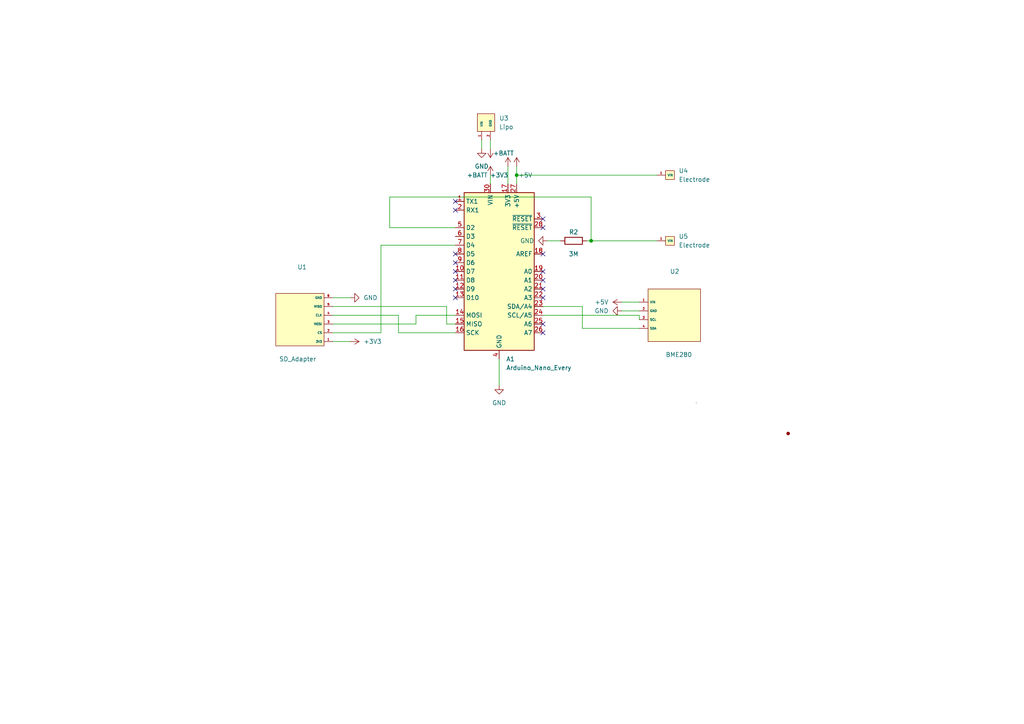
<source format=kicad_sch>
(kicad_sch (version 20211123) (generator eeschema)
  (paper "A4")
  (lib_symbols
    (symbol "Device:R" (pin_numbers hide) (pin_names (offset 0))
      (property "Reference" "R" (at 2.032 0 90))
      (property "Value" "R" (at 0 0 90))
      (symbol "R_0_1"
        (rectangle (start -1.016 -2.54) (end 1.016 2.54) (stroke (width 0.254)))
      )
      (symbol "R_1_1"
        (pin passive line (at 0 3.81 270) (length 1.27) (name "~") (number "1"))
        (pin passive line (at 0 -3.81 90) (length 1.27) (name "~") (number "2"))
      )
    )
    (symbol "MCU_Module:Arduino_Nano_Every"
      (property "Reference" "A" (at -10.16 23.495 0))
      (property "Value" "Arduino_Nano_Every" (at 5.08 -24.13 0))
      (symbol "Arduino_Nano_Every_0_1"
        (rectangle (start -10.16 22.86) (end 10.16 -22.86) (stroke (width 0.254)) (fill (type background)))
      )
      (symbol "Arduino_Nano_Every_1_1"
        (pin bidirectional line (at -12.7 20.32 0) (length 2.54) (name "TX1") (number "1"))
        (pin bidirectional line (at -12.7 0 0) (length 2.54) (name "D7") (number "10"))
        (pin bidirectional line (at -12.7 -2.54 0) (length 2.54) (name "D8") (number "11"))
        (pin bidirectional line (at -12.7 -5.08 0) (length 2.54) (name "D9") (number "12"))
        (pin bidirectional line (at -12.7 -7.62 0) (length 2.54) (name "D10") (number "13"))
        (pin bidirectional line (at -12.7 -12.7 0) (length 2.54) (name "MOSI") (number "14"))
        (pin bidirectional line (at -12.7 -15.24 0) (length 2.54) (name "MISO") (number "15"))
        (pin bidirectional line (at -12.7 -17.78 0) (length 2.54) (name "SCK") (number "16"))
        (pin power_out line (at 2.54 25.4 270) (length 2.54) (name "3V3") (number "17"))
        (pin input line (at 12.7 5.08 180) (length 2.54) (name "AREF") (number "18"))
        (pin bidirectional line (at 12.7 0 180) (length 2.54) (name "A0") (number "19"))
        (pin bidirectional line (at -12.7 17.78 0) (length 2.54) (name "RX1") (number "2"))
        (pin bidirectional line (at 12.7 -2.54 180) (length 2.54) (name "A1") (number "20"))
        (pin bidirectional line (at 12.7 -5.08 180) (length 2.54) (name "A2") (number "21"))
        (pin bidirectional line (at 12.7 -7.62 180) (length 2.54) (name "A3") (number "22"))
        (pin bidirectional line (at 12.7 -10.16 180) (length 2.54) (name "SDA/A4") (number "23"))
        (pin bidirectional line (at 12.7 -12.7 180) (length 2.54) (name "SCL/A5") (number "24"))
        (pin bidirectional line (at 12.7 -15.24 180) (length 2.54) (name "A6") (number "25"))
        (pin bidirectional line (at 12.7 -17.78 180) (length 2.54) (name "A7") (number "26"))
        (pin power_out line (at 5.08 25.4 270) (length 2.54) (name "+5V") (number "27"))
        (pin input line (at 12.7 12.7 180) (length 2.54) (name "~{RESET}") (number "28"))
        (pin passive line (at 0 -25.4 90) (length 2.54) hide (name "GND") (number "29"))
        (pin input line (at 12.7 15.24 180) (length 2.54) (name "~{RESET}") (number "3"))
        (pin power_in line (at -2.54 25.4 270) (length 2.54) (name "VIN") (number "30"))
        (pin power_in line (at 0 -25.4 90) (length 2.54) (name "GND") (number "4"))
        (pin bidirectional line (at -12.7 12.7 0) (length 2.54) (name "D2") (number "5"))
        (pin bidirectional line (at -12.7 10.16 0) (length 2.54) (name "D3") (number "6"))
        (pin bidirectional line (at -12.7 7.62 0) (length 2.54) (name "D4") (number "7"))
        (pin bidirectional line (at -12.7 5.08 0) (length 2.54) (name "D5") (number "8"))
        (pin bidirectional line (at -12.7 2.54 0) (length 2.54) (name "D6") (number "9"))
      )
    )
    (symbol "Rain Gauge lib:BME280"
      (property "Reference" "U" (at -5.08 20.32 0))
      (property "Value" "BME280" (at 0 -22.86 0))
      (symbol "BME280_0_1"
        (rectangle (start -7.62 7.62) (end 7.62 -7.62) (fill (type background)))
        (rectangle (start 25.4 6.35) (end 25.4 6.35))
        (rectangle (start 25.4 6.35) (end 25.4 6.35))
        (rectangle (start 34.29 33.02) (end 34.29 33.02))
        (rectangle (start 34.29 33.02) (end 34.29 33.02))
        (rectangle (start 34.29 33.02) (end 34.29 33.02))
        (rectangle (start 34.29 33.02) (end 34.29 33.02))
        (rectangle (start 34.29 33.02) (end 34.29 33.02))
        (rectangle (start 34.29 33.02) (end 34.29 33.02))
        (rectangle (start 34.29 33.02) (end 34.29 33.02))
        (rectangle (start 34.29 33.02) (end 34.29 33.02))
        (rectangle (start 34.29 33.02) (end 34.29 33.02))
        (rectangle (start 34.29 33.02) (end 34.29 33.02))
        (rectangle (start 34.29 33.02) (end 34.29 33.02))
        (rectangle (start 34.29 33.02) (end 34.29 33.02))
        (rectangle (start 34.29 33.02) (end 34.29 33.02))
        (rectangle (start 34.29 33.02) (end 34.29 33.02))
        (rectangle (start 34.29 33.02) (end 34.29 33.02))
        (rectangle (start 34.29 33.02) (end 34.29 33.02))
        (rectangle (start 34.29 33.02) (end 34.29 33.02))
        (rectangle (start 34.29 33.02) (end 34.29 33.02))
        (rectangle (start 34.29 33.02) (end 34.29 33.02))
        (rectangle (start 34.29 33.02) (end 34.29 33.02))
        (rectangle (start 34.29 33.02) (end 34.29 33.02))
        (rectangle (start 34.29 33.02) (end 34.29 33.02))
        (rectangle (start 34.29 33.02) (end 34.29 33.02))
        (rectangle (start 34.29 33.02) (end 34.29 33.02))
        (rectangle (start 34.29 33.02) (end 34.29 33.02))
        (rectangle (start 34.29 33.02) (end 34.29 33.02))
        (rectangle (start 34.29 33.02) (end 34.29 33.02))
        (rectangle (start 34.29 33.02) (end 34.29 33.02))
        (rectangle (start 34.29 33.02) (end 34.29 33.02))
        (rectangle (start 34.29 33.02) (end 34.29 33.02))
        (rectangle (start 34.29 33.02) (end 34.29 33.02))
        (rectangle (start 34.29 33.02) (end 34.29 33.02))
        (rectangle (start 34.29 33.02) (end 34.29 33.02))
        (rectangle (start 34.29 33.02) (end 34.29 33.02))
        (rectangle (start 34.29 33.02) (end 34.29 33.02))
        (rectangle (start 34.29 33.02) (end 34.29 33.02))
        (rectangle (start 34.29 33.02) (end 34.29 33.02))
        (rectangle (start 34.29 33.02) (end 34.29 33.02))
        (rectangle (start 34.29 33.02) (end 34.29 33.02))
        (rectangle (start 34.29 33.02) (end 34.29 33.02))
        (rectangle (start 34.29 33.02) (end 34.29 33.02))
        (rectangle (start 34.29 33.02) (end 34.29 33.02))
        (rectangle (start 34.29 33.02) (end 34.29 33.02))
        (rectangle (start 34.29 33.02) (end 34.29 33.02))
        (rectangle (start 34.29 33.02) (end 34.29 33.02))
        (rectangle (start 34.29 33.02) (end 34.29 33.02))
        (rectangle (start 34.29 33.02) (end 34.29 33.02))
        (rectangle (start 34.29 33.02) (end 34.29 33.02))
        (rectangle (start 34.29 33.02) (end 34.29 33.02))
        (rectangle (start 34.29 33.02) (end 34.29 33.02))
        (rectangle (start 34.29 33.02) (end 34.29 33.02))
        (rectangle (start 34.29 33.02) (end 34.29 33.02))
        (rectangle (start 34.29 33.02) (end 34.29 33.02) (stroke (width 0.127)) (fill (type background)))
        (rectangle (start 34.29 33.02) (end 34.29 33.02) (stroke (width 1)) (fill (type outline)))
        (arc (start 34.29 33.02) (mid 34.29 33.02) (end 34.29 33.02))
      )
      (symbol "BME280_1_1"
        (pin power_in line (at -3.81 -10.16 90) (length 2.54) (name "VIN") (number "1"))
        (pin power_in line (at -1.27 -10.16 90) (length 2.54) (name "GND") (number "2"))
        (pin input line (at 1.27 -10.16 90) (length 2.54) (name "SCL") (number "3"))
        (pin output line (at 3.81 -10.16 90) (length 2.54) (name "SDA") (number "4"))
      )
    )
    (symbol "Rain Gauge lib:Electrode"
      (property "Reference" "U" (at 0 3.81 0))
      (property "Value" "Electrode" (at 0 -3.81 0))
      (symbol "Electrode_0_1"
        (rectangle (start -1.27 1.27) (end 1.27 -1.27) (fill (type background)))
      )
      (symbol "Electrode_1_1"
        (pin input line (at 0 -3.81 90) (length 2.54) (name "VIN") (number "1"))
      )
    )
    (symbol "Rain Gauge lib:Lipo" (pin_names (offset 1.27))
      (property "Reference" "U" (at 0 6.35 0))
      (property "Value" "Lipo" (at 0 -6.35 0))
      (symbol "Lipo_0_1"
        (rectangle (start -2.54 2.54) (end 2.54 -2.54) (fill (type background)))
      )
      (symbol "Lipo_1_1"
        (pin power_out line (at -1.27 -5.08 90) (length 2.54) (name "VIN") (number "1"))
        (pin power_in line (at 1.27 -5.08 90) (length 2.54) (name "GND") (number "2"))
      )
    )
    (symbol "Rain Gauge lib:SD_Adapter"
      (property "Reference" "U" (at 0 10.16 0))
      (property "Value" "SD_Adapter" (at 0 -20.32 0))
      (symbol "SD_Adapter_0_1"
        (rectangle (start -7.62 7.62) (end 7.62 -6.35) (fill (type background)))
      )
      (symbol "SD_Adapter_1_1"
        (pin power_in line (at -6.35 -8.89 90) (length 2.54) (name "3V3") (number "1"))
        (pin input line (at -3.81 -8.89 90) (length 2.54) (name "CS") (number "2"))
        (pin input line (at -1.27 -8.89 90) (length 2.54) (name "MOSI") (number "3"))
        (pin input line (at 1.27 -8.89 90) (length 2.54) (name "CLK") (number "4"))
        (pin output line (at 3.81 -8.89 90) (length 2.54) (name "MISO") (number "5"))
        (pin power_in line (at 6.35 -8.89 90) (length 2.54) (name "GND") (number "6"))
      )
    )
    (symbol "power:+3V3" (power) (pin_names (offset 0))
      (property "Value" "+3V3" (at 0 3.556 0))
      (symbol "+3V3_0_1"
        (polyline (pts (xy -0.762 1.27) (xy 0 2.54)))
        (polyline (pts (xy 0 0) (xy 0 2.54)))
        (polyline (pts (xy 0 2.54) (xy 0.762 1.27)))
      )
      (symbol "+3V3_1_1"
        (pin power_in line (at 0 0 90) (length 0) hide (name "+3V3") (number "1"))
      )
    )
    (symbol "power:+5V" (power) (pin_names (offset 0))
      (property "Value" "+5V" (at 0 3.556 0))
      (symbol "+5V_0_1"
        (polyline (pts (xy -0.762 1.27) (xy 0 2.54)))
        (polyline (pts (xy 0 0) (xy 0 2.54)))
        (polyline (pts (xy 0 2.54) (xy 0.762 1.27)))
      )
      (symbol "+5V_1_1"
        (pin power_in line (at 0 0 90) (length 0) hide (name "+5V") (number "1"))
      )
    )
    (symbol "power:+BATT" (power) (pin_names (offset 0))
      (property "Value" "+BATT" (at 0 3.556 0))
      (symbol "+BATT_0_1"
        (polyline (pts (xy -0.762 1.27) (xy 0 2.54)))
        (polyline (pts (xy 0 0) (xy 0 2.54)))
        (polyline (pts (xy 0 2.54) (xy 0.762 1.27)))
      )
      (symbol "+BATT_1_1"
        (pin power_in line (at 0 0 90) (length 0) hide (name "+BATT") (number "1"))
      )
    )
    (symbol "power:GND" (power) (pin_names (offset 0))
      (property "Value" "GND" (at 0 -3.81 0))
      (symbol "GND_0_1"
        (polyline (pts (xy 0 0) (xy 0 -1.27) (xy 1.27 -1.27) (xy 0 -2.54) (xy -1.27 -1.27) (xy 0 -1.27)))
      )
      (symbol "GND_1_1"
        (pin power_in line (at 0 0 270) (length 0) hide (name "GND") (number "1"))
      )
    )
  )
  (junction (at 171.45 69.85))
  (junction (at 149.86 50.8))
  (no_connect (at 157.48 78.74))
  (no_connect (at 132.08 60.96))
  (no_connect (at 132.08 58.42))
  (no_connect (at 132.08 73.66))
  (no_connect (at 157.48 83.82))
  (no_connect (at 157.48 86.36))
  (no_connect (at 157.48 93.98))
  (no_connect (at 157.48 96.52))
  (no_connect (at 132.08 76.2))
  (no_connect (at 132.08 78.74))
  (no_connect (at 132.08 81.28))
  (no_connect (at 132.08 83.82))
  (no_connect (at 132.08 86.36))
  (no_connect (at 157.48 63.5))
  (no_connect (at 157.48 66.04))
  (no_connect (at 157.48 73.66))
  (no_connect (at 157.48 81.28))
  (wire (pts (xy 113.03 66.04) (xy 132.08 66.04)))
  (wire (pts (xy 129.54 93.98) (xy 132.08 93.98)))
  (wire (pts (xy 185.42 91.44) (xy 185.42 92.71)))
  (wire (pts (xy 170.18 69.85) (xy 171.45 69.85)))
  (wire (pts (xy 120.65 91.44) (xy 132.08 91.44)))
  (wire (pts (xy 168.91 95.25) (xy 185.42 95.25)))
  (wire (pts (xy 144.78 104.14) (xy 144.78 111.76)))
  (wire (pts (xy 129.54 88.9) (xy 129.54 93.98)))
  (wire (pts (xy 115.57 91.44) (xy 115.57 96.52)))
  (wire (pts (xy 157.48 88.9) (xy 168.91 88.9)))
  (wire (pts (xy 96.52 91.44) (xy 115.57 91.44)))
  (wire (pts (xy 115.57 96.52) (xy 132.08 96.52)))
  (wire (pts (xy 142.24 40.64) (xy 142.24 43.18)))
  (wire (pts (xy 96.52 88.9) (xy 129.54 88.9)))
  (wire (pts (xy 171.45 57.15) (xy 113.03 57.15)))
  (wire (pts (xy 96.52 96.52) (xy 110.49 96.52)))
  (wire (pts (xy 139.7 40.64) (xy 139.7 43.18)))
  (wire (pts (xy 113.03 57.15) (xy 113.03 66.04)))
  (wire (pts (xy 120.65 93.98) (xy 120.65 91.44)))
  (wire (pts (xy 158.75 69.85) (xy 162.56 69.85)))
  (wire (pts (xy 147.32 48.26) (xy 147.32 53.34)))
  (wire (pts (xy 142.24 50.8) (xy 142.24 53.34)))
  (wire (pts (xy 149.86 48.26) (xy 149.86 50.8)))
  (wire (pts (xy 96.52 86.36) (xy 101.6 86.36)))
  (wire (pts (xy 180.34 90.17) (xy 185.42 90.17)))
  (wire (pts (xy 110.49 71.12) (xy 132.08 71.12)))
  (wire (pts (xy 171.45 69.85) (xy 190.5 69.85)))
  (wire (pts (xy 96.52 99.06) (xy 101.6 99.06)))
  (wire (pts (xy 180.34 87.63) (xy 185.42 87.63)))
  (wire (pts (xy 110.49 96.52) (xy 110.49 71.12)))
  (wire (pts (xy 171.45 69.85) (xy 171.45 57.15)))
  (wire (pts (xy 149.86 50.8) (xy 190.5 50.8)))
  (wire (pts (xy 96.52 93.98) (xy 120.65 93.98)))
  (wire (pts (xy 157.48 91.44) (xy 185.42 91.44)))
  (wire (pts (xy 168.91 88.9) (xy 168.91 95.25)))
  (wire (pts (xy 149.86 50.8) (xy 149.86 53.34)))
  (symbol (lib_id "Rain Gauge lib:Lipo") (at 140.97 35.56 0) (unit 1)
    (property "Reference" "U3" (at 144.78 34.2899 0) (effects (justify left)))
    (property "Value" "Lipo" (at 144.78 36.8299 0) (effects (justify left)))
    (property "Footprint" "Rain Gauge:Lipo" (effects hide))
  )
  (symbol (lib_id "Rain Gauge lib:Electrode") (at 194.31 50.8 270) (unit 1)
    (property "Reference" "U4" (at 196.85 49.5299 90) (effects (justify left)))
    (property "Value" "Electrode" (at 196.85 52.0699 90) (effects (justify left)))
    (property "Footprint" "Rain Gauge:Electrode" (effects hide))
  )
  (symbol (lib_id "power:GND") (at 180.34 90.17 270) (unit 1)
    (property "Reference" "#PWR0105" (effects hide))
    (property "Value" "GND" (at 176.53 90.1699 90) (effects (justify right)))
  )
  (symbol (lib_id "power:GND") (at 158.75 69.85 270) (unit 1)
    (property "Reference" "#PWR0111" (effects hide))
    (property "Value" "GND" (at 154.94 69.8499 90) (effects (justify right)))
  )
  (symbol (lib_id "power:+BATT") (at 142.24 50.8 0) (unit 1)
    (property "Reference" "#PWR0110" (effects hide))
    (property "Value" "+BATT" (at 138.43 50.8 0))
  )
  (symbol (lib_id "power:+3V3") (at 147.32 48.26 0) (unit 1)
    (property "Reference" "#PWR0102" (effects hide))
    (property "Value" "+3V3" (at 144.78 50.8 0))
  )
  (symbol (lib_id "power:+5V") (at 180.34 87.63 90) (unit 1)
    (property "Reference" "#PWR0106" (effects hide))
    (property "Value" "+5V" (at 176.53 87.6299 90) (effects (justify left)))
  )
  (symbol (lib_id "power:GND") (at 139.7 43.18 0) (unit 1)
    (property "Reference" "#PWR0108" (effects hide))
    (property "Value" "GND" (at 139.7 48.26 0))
  )
  (symbol (lib_id "Device:R") (at 166.37 69.85 270) (unit 1)
    (property "Reference" "R2" (at 166.37 67.31 90))
    (property "Value" "3M" (at 166.37 73.66 90))
    (property "Footprint" "Resistor_THT:R_Axial_DIN0207_L6.3mm_D2.5mm_P15.24mm_Horizontal" (effects hide))
  )
  (symbol (lib_id "power:GND") (at 101.6 86.36 90) (unit 1)
    (property "Reference" "#PWR0107" (effects hide))
    (property "Value" "GND" (at 105.41 86.3599 90) (effects (justify right)))
  )
  (symbol (lib_id "MCU_Module:Arduino_Nano_Every") (at 144.78 78.74 0) (unit 1)
    (property "Reference" "A1" (at 146.7994 104.14 0) (effects (justify left)))
    (property "Value" "Arduino_Nano_Every" (at 146.7994 106.68 0) (effects (justify left)))
    (property "Footprint" "Module:Arduino_Nano" (effects hide))
    (property "Datasheet" "https://content.arduino.cc/assets/NANOEveryV3.0_sch.pdf" (effects hide))
  )
  (symbol (lib_id "power:+5V") (at 149.86 48.26 0) (unit 1)
    (property "Reference" "#PWR0103" (effects hide))
    (property "Value" "+5V" (at 152.4 50.8 0))
  )
  (symbol (lib_id "Rain Gauge lib:Electrode") (at 194.31 69.85 270) (unit 1)
    (property "Reference" "U5" (at 196.85 68.5799 90) (effects (justify left)))
    (property "Value" "Electrode" (at 196.85 71.1199 90) (effects (justify left)))
    (property "Footprint" "Rain Gauge:Electrode" (effects hide))
  )
  (symbol (lib_id "power:+BATT") (at 142.24 43.18 180) (unit 1)
    (property "Reference" "#PWR0109" (effects hide))
    (property "Value" "+BATT" (at 146.05 44.45 0))
  )
  (symbol (lib_id "Rain Gauge lib:SD_Adapter") (at 87.63 92.71 90) (unit 1)
    (property "Reference" "U1" (at 87.63 77.47 90))
    (property "Value" "SD_Adapter" (at 86.36 104.14 90))
    (property "Footprint" "Rain Gauge:3.3v SD Adapter" (effects hide))
  )
  (symbol (lib_id "power:+3V3") (at 101.6 99.06 270) (unit 1)
    (property "Reference" "#PWR0104" (effects hide))
    (property "Value" "+3V3" (at 105.41 99.0599 90) (effects (justify left)))
  )
  (symbol (lib_id "power:GND") (at 144.78 111.76 0) (unit 1)
    (property "Reference" "#PWR0101" (effects hide))
    (property "Value" "GND" (at 144.78 116.84 0))
  )
  (symbol (lib_id "Rain Gauge lib:BME280") (at 195.58 91.44 270) (unit 1)
    (property "Reference" "U2" (at 194.31 78.74 90) (effects (justify left)))
    (property "Value" "BME280" (at 193.04 102.87 90) (effects (justify left)))
    (property "Footprint" "Rain Gauge:BME280" (effects hide))
  )
)
</source>
